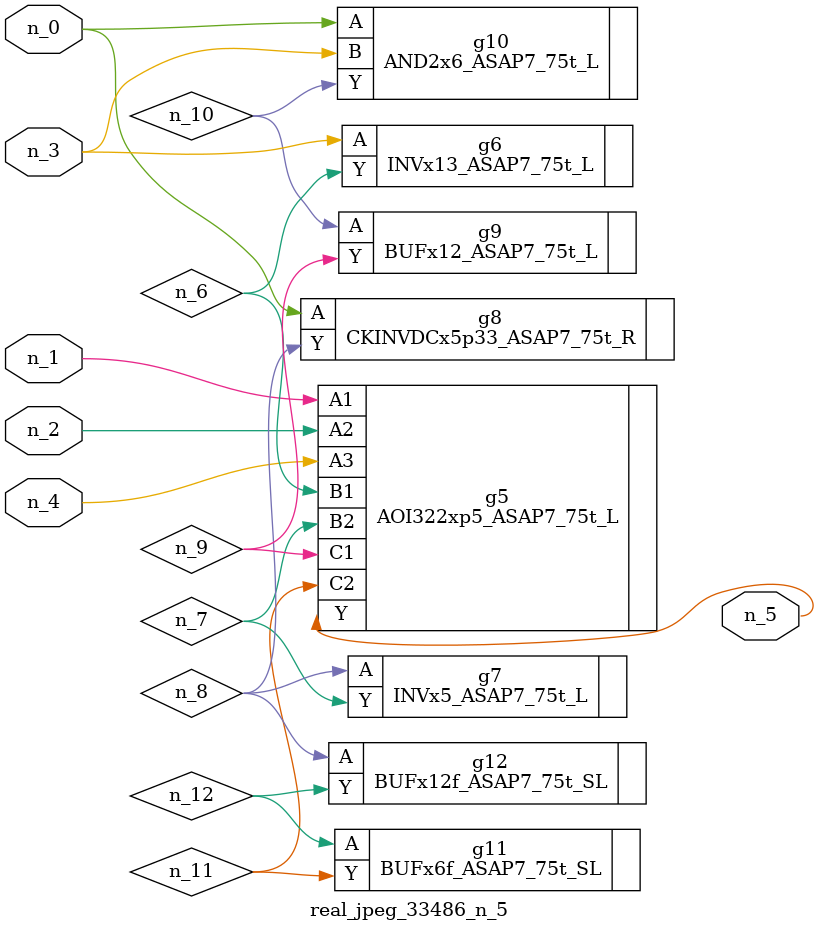
<source format=v>
module real_jpeg_33486_n_5 (n_4, n_0, n_1, n_2, n_3, n_5);

input n_4;
input n_0;
input n_1;
input n_2;
input n_3;

output n_5;

wire n_12;
wire n_8;
wire n_11;
wire n_6;
wire n_7;
wire n_10;
wire n_9;

CKINVDCx5p33_ASAP7_75t_R g8 ( 
.A(n_0),
.Y(n_8)
);

AND2x6_ASAP7_75t_L g10 ( 
.A(n_0),
.B(n_3),
.Y(n_10)
);

AOI322xp5_ASAP7_75t_L g5 ( 
.A1(n_1),
.A2(n_2),
.A3(n_4),
.B1(n_6),
.B2(n_7),
.C1(n_9),
.C2(n_11),
.Y(n_5)
);

INVx13_ASAP7_75t_L g6 ( 
.A(n_3),
.Y(n_6)
);

INVx5_ASAP7_75t_L g7 ( 
.A(n_8),
.Y(n_7)
);

BUFx12f_ASAP7_75t_SL g12 ( 
.A(n_8),
.Y(n_12)
);

BUFx12_ASAP7_75t_L g9 ( 
.A(n_10),
.Y(n_9)
);

BUFx6f_ASAP7_75t_SL g11 ( 
.A(n_12),
.Y(n_11)
);


endmodule
</source>
